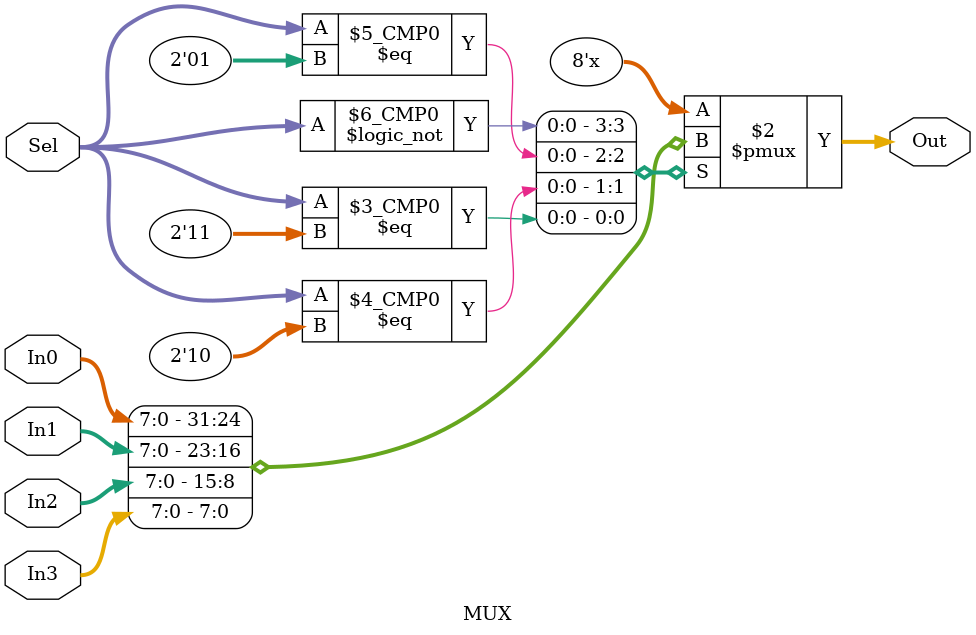
<source format=v>
module MUX
#( parameter Output_data_width ='d8 )
(
//Declaring inputs
    input wire signed [ Output_data_width - 1 : 0 ] In0,
    input wire signed  [ Output_data_width - 1 : 0 ] In1,
    input wire signed  [ Output_data_width - 1 : 0 ] In2,
    input wire signed [ Output_data_width - 1 : 0 ] In3,
    input wire  [ 1 : 0 ] Sel,
//Declaring outputs
    output reg signed [ Output_data_width - 1 : 0 ] Out
);

always@( * )
    begin
        case( Sel )
            2'b00: Out = In0;
            2'b01: Out = In1;
            2'b10: Out = In2;
            2'b11: Out = In3;
        endcase
    end

endmodule 
</source>
